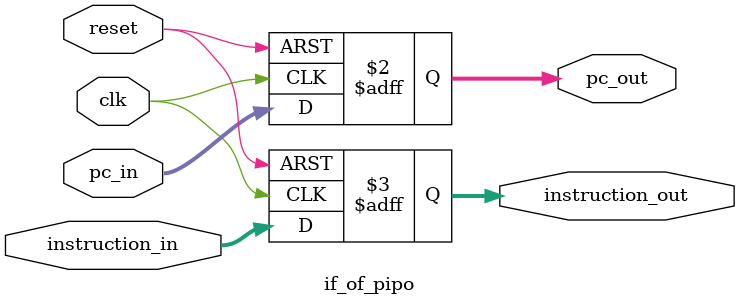
<source format=v>
`timescale 1ns / 1ps


module if_of_pipo(
    input clk,
    input reset,
    input [31:0] pc_in,
    input [31:0] instruction_in,
    output reg [31:0] pc_out,
    output reg [31:0] instruction_out
);
    always @(posedge clk or posedge reset) begin
        if (reset) begin
            pc_out <= 32'b0;
            instruction_out <= 32'b0;
        end else begin
            pc_out <= pc_in;
            instruction_out <= instruction_in;
        end
    end
endmodule

</source>
